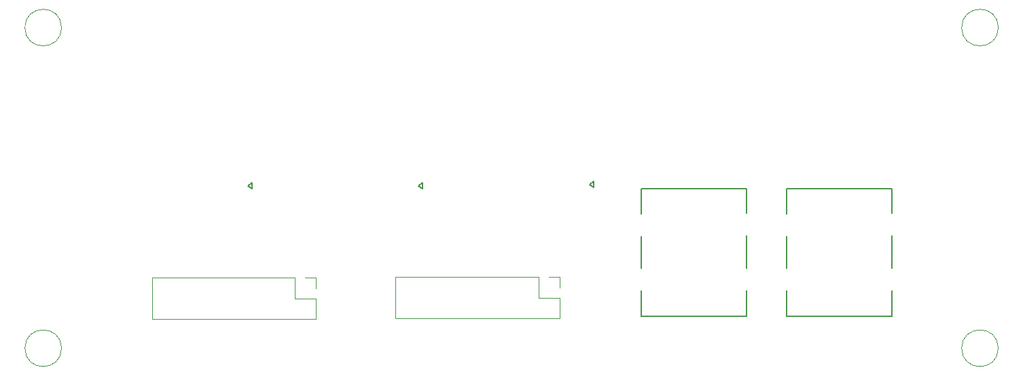
<source format=gbr>
G04 #@! TF.FileFunction,Legend,Top*
%FSLAX46Y46*%
G04 Gerber Fmt 4.6, Leading zero omitted, Abs format (unit mm)*
G04 Created by KiCad (PCBNEW 4.0.7) date 04/23/18 00:41:46*
%MOMM*%
%LPD*%
G01*
G04 APERTURE LIST*
%ADD10C,0.100000*%
%ADD11C,0.120000*%
%ADD12C,0.150000*%
%ADD13C,3.600000*%
%ADD14C,3.000000*%
%ADD15R,3.000000X3.000000*%
%ADD16R,2.100000X2.100000*%
%ADD17O,2.100000X2.100000*%
%ADD18C,2.800000*%
%ADD19C,1.400000*%
G04 APERTURE END LIST*
D10*
D11*
X229896000Y-89750000D02*
G75*
G03X229896000Y-89750000I-2286000J0D01*
G01*
X229896000Y-49750000D02*
G75*
G03X229896000Y-49750000I-2286000J0D01*
G01*
X113136000Y-89750000D02*
G75*
G03X113136000Y-89750000I-2286000J0D01*
G01*
D12*
X179468224Y-68948112D02*
X178960224Y-69329112D01*
X179468224Y-69710112D02*
X179468224Y-68948112D01*
X178960224Y-69329112D02*
X179468224Y-69710112D01*
X136869260Y-69093308D02*
X136361260Y-69474308D01*
X136869260Y-69855308D02*
X136869260Y-69093308D01*
X136361260Y-69474308D02*
X136869260Y-69855308D01*
X158139260Y-69093308D02*
X157631260Y-69474308D01*
X158139260Y-69855308D02*
X158139260Y-69093308D01*
X157631260Y-69474308D02*
X158139260Y-69855308D01*
D11*
X124393375Y-80919708D02*
X124393375Y-86119708D01*
X142233375Y-80919708D02*
X124393375Y-80919708D01*
X144833375Y-86119708D02*
X124393375Y-86119708D01*
X142233375Y-80919708D02*
X142233375Y-83519708D01*
X142233375Y-83519708D02*
X144833375Y-83519708D01*
X144833375Y-83519708D02*
X144833375Y-86119708D01*
X143503375Y-80919708D02*
X144833375Y-80919708D01*
X144833375Y-80919708D02*
X144833375Y-82249708D01*
X154776956Y-80851658D02*
X154776956Y-86051658D01*
X172616956Y-80851658D02*
X154776956Y-80851658D01*
X175216956Y-86051658D02*
X154776956Y-86051658D01*
X172616956Y-80851658D02*
X172616956Y-83451658D01*
X172616956Y-83451658D02*
X175216956Y-83451658D01*
X175216956Y-83451658D02*
X175216956Y-86051658D01*
X173886956Y-80851658D02*
X175216956Y-80851658D01*
X175216956Y-80851658D02*
X175216956Y-82181658D01*
X113136000Y-49750000D02*
G75*
G03X113136000Y-49750000I-2286000J0D01*
G01*
D12*
X203500000Y-85740000D02*
X216640000Y-85740000D01*
X203500000Y-69870000D02*
X203500000Y-85740000D01*
X216640000Y-69870000D02*
X203500000Y-69870000D01*
X216640000Y-85740000D02*
X216640000Y-69870000D01*
X185360000Y-85740000D02*
X198500000Y-85740000D01*
X185360000Y-69870000D02*
X185360000Y-85740000D01*
X198500000Y-69870000D02*
X185360000Y-69870000D01*
X198500000Y-85740000D02*
X198500000Y-69870000D01*
%LPC*%
D13*
X227610000Y-89750000D03*
X227610000Y-49750000D03*
X110850000Y-89750000D03*
D14*
X173219824Y-69329112D03*
D15*
X177436224Y-69329112D03*
D14*
X169003424Y-69329112D03*
D15*
X164787024Y-69329112D03*
X169003424Y-63842712D03*
X173219824Y-63842712D03*
D14*
X164787024Y-63842712D03*
X177436224Y-63842712D03*
X173219824Y-53656312D03*
D15*
X177436224Y-53656312D03*
D14*
X169003424Y-53656312D03*
D15*
X164787024Y-53656312D03*
X169003424Y-59142712D03*
X173219824Y-59142712D03*
D14*
X164787024Y-59142712D03*
X177436224Y-59142712D03*
X130620860Y-69474308D03*
D15*
X134837260Y-69474308D03*
D14*
X126404460Y-69474308D03*
D15*
X122188060Y-69474308D03*
X126404460Y-63987908D03*
X130620860Y-63987908D03*
D14*
X122188060Y-63987908D03*
X134837260Y-63987908D03*
X130620860Y-53801508D03*
D15*
X134837260Y-53801508D03*
D14*
X126404460Y-53801508D03*
D15*
X122188060Y-53801508D03*
X126404460Y-59287908D03*
X130620860Y-59287908D03*
D14*
X122188060Y-59287908D03*
X134837260Y-59287908D03*
X151890860Y-69474308D03*
D15*
X156107260Y-69474308D03*
D14*
X147674460Y-69474308D03*
D15*
X143458060Y-69474308D03*
X147674460Y-63987908D03*
X151890860Y-63987908D03*
D14*
X143458060Y-63987908D03*
X156107260Y-63987908D03*
X151890860Y-53641508D03*
D15*
X156107260Y-53641508D03*
D14*
X147674460Y-53641508D03*
D15*
X143458060Y-53641508D03*
X147674460Y-59127908D03*
X151890860Y-59127908D03*
D14*
X143458060Y-59127908D03*
X156107260Y-59127908D03*
D16*
X143448376Y-77929708D03*
D17*
X143448376Y-75389708D03*
X140908376Y-77929708D03*
X140908376Y-75389708D03*
X138368376Y-77929708D03*
X138368376Y-75389708D03*
X135828376Y-77929708D03*
X135828376Y-75389708D03*
X133288376Y-77929708D03*
X133288376Y-75389708D03*
X130748376Y-77929708D03*
X130748376Y-75389708D03*
X128208376Y-77929708D03*
X128208376Y-75389708D03*
X125668376Y-77929708D03*
X125668376Y-75389708D03*
D16*
X143503375Y-82249708D03*
D17*
X143503375Y-84789708D03*
X140963375Y-82249708D03*
X140963375Y-84789708D03*
X138423375Y-82249708D03*
X138423375Y-84789708D03*
X135883375Y-82249708D03*
X135883375Y-84789708D03*
X133343375Y-82249708D03*
X133343375Y-84789708D03*
X130803375Y-82249708D03*
X130803375Y-84789708D03*
X128263375Y-82249708D03*
X128263375Y-84789708D03*
X125723375Y-82249708D03*
X125723375Y-84789708D03*
D16*
X173886956Y-77931658D03*
D17*
X173886956Y-75391658D03*
X171346956Y-77931658D03*
X171346956Y-75391658D03*
X168806956Y-77931658D03*
X168806956Y-75391658D03*
X166266956Y-77931658D03*
X166266956Y-75391658D03*
X163726956Y-77931658D03*
X163726956Y-75391658D03*
X161186956Y-77931658D03*
X161186956Y-75391658D03*
X158646956Y-77931658D03*
X158646956Y-75391658D03*
X156106956Y-77931658D03*
X156106956Y-75391658D03*
D16*
X173886956Y-82181658D03*
D17*
X173886956Y-84721658D03*
X171346956Y-82181658D03*
X171346956Y-84721658D03*
X168806956Y-82181658D03*
X168806956Y-84721658D03*
X166266956Y-82181658D03*
X166266956Y-84721658D03*
X163726956Y-82181658D03*
X163726956Y-84721658D03*
X161186956Y-82181658D03*
X161186956Y-84721658D03*
X158646956Y-82181658D03*
X158646956Y-84721658D03*
X156106956Y-82181658D03*
X156106956Y-84721658D03*
D13*
X110850000Y-49750000D03*
D18*
X203500000Y-81210000D03*
X203500000Y-74410000D03*
X216640000Y-74360000D03*
X216640000Y-81160000D03*
D19*
X213570000Y-82190000D03*
X206570000Y-82190000D03*
X209070000Y-82190000D03*
X211070000Y-82190000D03*
X214070000Y-80690000D03*
X212070000Y-80690000D03*
X210080000Y-80690000D03*
X208070000Y-80690000D03*
X206070000Y-80690000D03*
X206590000Y-73680000D03*
X209090000Y-73680000D03*
X211090000Y-73680000D03*
X213590000Y-73680000D03*
X214090000Y-72180000D03*
X212090000Y-72180000D03*
X210090000Y-72180000D03*
X208090000Y-72180000D03*
X206090000Y-72180000D03*
D18*
X185360000Y-81210000D03*
X185360000Y-74410000D03*
X198500000Y-74360000D03*
X198500000Y-81160000D03*
D19*
X195430000Y-82190000D03*
X188430000Y-82190000D03*
X190930000Y-82190000D03*
X192930000Y-82190000D03*
X195930000Y-80690000D03*
X193930000Y-80690000D03*
X191940000Y-80690000D03*
X189930000Y-80690000D03*
X187930000Y-80690000D03*
X188450000Y-73680000D03*
X190950000Y-73680000D03*
X192950000Y-73680000D03*
X195450000Y-73680000D03*
X195950000Y-72180000D03*
X193950000Y-72180000D03*
X191950000Y-72180000D03*
X189950000Y-72180000D03*
X187950000Y-72180000D03*
D18*
X203500000Y-58230000D03*
X203500000Y-65030000D03*
X216640000Y-65080000D03*
X216640000Y-58280000D03*
D19*
X213570000Y-57250000D03*
X206570000Y-57250000D03*
X209070000Y-57250000D03*
X211070000Y-57250000D03*
X214070000Y-58750000D03*
X212070000Y-58750000D03*
X210080000Y-58750000D03*
X208070000Y-58750000D03*
X206070000Y-58750000D03*
X206590000Y-65760000D03*
X209090000Y-65760000D03*
X211090000Y-65760000D03*
X213590000Y-65760000D03*
X214090000Y-67260000D03*
X212090000Y-67260000D03*
X210090000Y-67260000D03*
X208090000Y-67260000D03*
X206090000Y-67260000D03*
D18*
X185360000Y-58230000D03*
X185360000Y-65030000D03*
X198500000Y-65080000D03*
X198500000Y-58280000D03*
D19*
X195430000Y-57250000D03*
X188430000Y-57250000D03*
X190930000Y-57250000D03*
X192930000Y-57250000D03*
X195930000Y-58750000D03*
X193930000Y-58750000D03*
X191940000Y-58750000D03*
X189930000Y-58750000D03*
X187930000Y-58750000D03*
X188450000Y-65760000D03*
X190950000Y-65760000D03*
X192950000Y-65760000D03*
X195450000Y-65760000D03*
X195950000Y-67260000D03*
X193950000Y-67260000D03*
X191950000Y-67260000D03*
X189950000Y-67260000D03*
X187950000Y-67260000D03*
M02*

</source>
